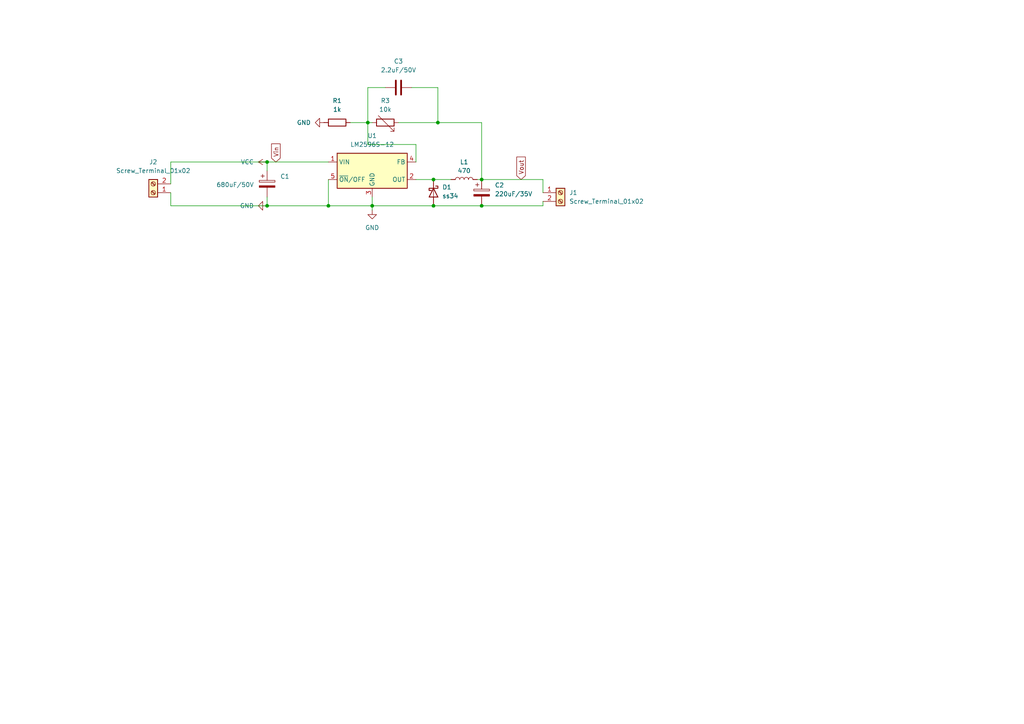
<source format=kicad_sch>
(kicad_sch (version 20231120) (generator "eeschema") (generator_version "8.0")
  (paper "A4")
  (lib_symbols
    (symbol "Connector:Screw_Terminal_01x02" (pin_names (offset 1.016) hide)
      (property "Reference" "J" (at 0 2.54 0))
      (property "Value" "Screw_Terminal_01x02" (at 0 -5.08 0))
      (symbol "Screw_Terminal_01x02_1_1"
        (rectangle (start -1.27 1.27) (end 1.27 -3.81) (stroke (width 0.254)) (fill (type background)))
        (circle (center 0 -2.54) (radius 0.635) (stroke (width 0.1524)))
        (polyline (pts (xy -0.5334 -2.2098) (xy 0.3302 -3.048)) (stroke (width 0.1524)))
        (polyline (pts (xy -0.5334 0.3302) (xy 0.3302 -0.508)) (stroke (width 0.1524)))
        (polyline (pts (xy -0.3556 -2.032) (xy 0.508 -2.8702)) (stroke (width 0.1524)))
        (polyline (pts (xy -0.3556 0.508) (xy 0.508 -0.3302)) (stroke (width 0.1524)))
        (circle (center 0 0) (radius 0.635) (stroke (width 0.1524)))
        (pin passive line (at -5.08 0 0) (length 3.81) (name "Pin_1") (number "1"))
        (pin passive line (at -5.08 -2.54 0) (length 3.81) (name "Pin_2") (number "2"))
      )
    )
    (symbol "Device:C" (pin_numbers hide) (pin_names (offset 0.254))
      (property "Reference" "C" (at 0.635 2.54 0))
      (property "Value" "C" (at 0.635 -2.54 0))
      (symbol "C_0_1"
        (polyline (pts (xy -2.032 -0.762) (xy 2.032 -0.762)) (stroke (width 0.508)))
        (polyline (pts (xy -2.032 0.762) (xy 2.032 0.762)) (stroke (width 0.508)))
      )
      (symbol "C_1_1"
        (pin passive line (at 0 3.81 270) (length 2.794) (name "~") (number "1"))
        (pin passive line (at 0 -3.81 90) (length 2.794) (name "~") (number "2"))
      )
    )
    (symbol "Device:C_Polarized" (pin_numbers hide) (pin_names (offset 0.254))
      (property "Reference" "C" (at 0.635 2.54 0))
      (property "Value" "C_Polarized" (at 0.635 -2.54 0))
      (symbol "C_Polarized_0_1"
        (rectangle (start -2.286 0.508) (end 2.286 1.016))
        (polyline (pts (xy -1.778 2.286) (xy -0.762 2.286)))
        (polyline (pts (xy -1.27 2.794) (xy -1.27 1.778)))
        (rectangle (start 2.286 -0.508) (end -2.286 -1.016) (fill (type outline)))
      )
      (symbol "C_Polarized_1_1"
        (pin passive line (at 0 3.81 270) (length 2.794) (name "~") (number "1"))
        (pin passive line (at 0 -3.81 90) (length 2.794) (name "~") (number "2"))
      )
    )
    (symbol "Device:D_Schottky" (pin_numbers hide) (pin_names (offset 1.016) hide)
      (property "Reference" "D" (at 0 2.54 0))
      (property "Value" "D_Schottky" (at 0 -2.54 0))
      (symbol "D_Schottky_0_1"
        (polyline (pts (xy 1.27 0) (xy -1.27 0)))
        (polyline (pts (xy 1.27 1.27) (xy 1.27 -1.27) (xy -1.27 0) (xy 1.27 1.27)) (stroke (width 0.254)))
        (polyline (pts (xy -1.905 0.635) (xy -1.905 1.27) (xy -1.27 1.27) (xy -1.27 -1.27) (xy -0.635 -1.27) (xy -0.635 -0.635)) (stroke (width 0.254)))
      )
      (symbol "D_Schottky_1_1"
        (pin passive line (at -3.81 0 0) (length 2.54) (name "K") (number "1"))
        (pin passive line (at 3.81 0 180) (length 2.54) (name "A") (number "2"))
      )
    )
    (symbol "Device:L" (pin_numbers hide) (pin_names (offset 1.016) hide)
      (property "Reference" "L" (at -1.27 0 90))
      (property "Value" "L" (at 1.905 0 90))
      (symbol "L_0_1"
        (arc (start 0 -2.54) (mid 0.6323 -1.905) (end 0 -1.27))
        (arc (start 0 -1.27) (mid 0.6323 -0.635) (end 0 0))
        (arc (start 0 0) (mid 0.6323 0.635) (end 0 1.27))
        (arc (start 0 1.27) (mid 0.6323 1.905) (end 0 2.54))
      )
      (symbol "L_1_1"
        (pin passive line (at 0 3.81 270) (length 1.27) (name "1") (number "1"))
        (pin passive line (at 0 -3.81 90) (length 1.27) (name "2") (number "2"))
      )
    )
    (symbol "Device:R" (pin_numbers hide) (pin_names (offset 0))
      (property "Reference" "R" (at 2.032 0 90))
      (property "Value" "R" (at 0 0 90))
      (symbol "R_0_1"
        (rectangle (start -1.016 -2.54) (end 1.016 2.54) (stroke (width 0.254)))
      )
      (symbol "R_1_1"
        (pin passive line (at 0 3.81 270) (length 1.27) (name "~") (number "1"))
        (pin passive line (at 0 -3.81 90) (length 1.27) (name "~") (number "2"))
      )
    )
    (symbol "Device:R_Variable" (pin_numbers hide) (pin_names (offset 0))
      (property "Reference" "R" (at 2.54 -2.54 90))
      (property "Value" "R_Variable" (at -2.54 -1.27 90))
      (symbol "R_Variable_0_1"
        (rectangle (start -1.016 -2.54) (end 1.016 2.54) (stroke (width 0.254)))
        (polyline (pts (xy 2.54 1.524) (xy 2.54 2.54) (xy 1.524 2.54) (xy 2.54 2.54) (xy -2.032 -2.032)))
      )
      (symbol "R_Variable_1_1"
        (pin passive line (at 0 3.81 270) (length 1.27) (name "~") (number "1"))
        (pin passive line (at 0 -3.81 90) (length 1.27) (name "~") (number "2"))
      )
    )
    (symbol "Regulator_Switching:LM2596S-12"
      (property "Reference" "U" (at -10.16 6.35 0))
      (property "Value" "LM2596S-12" (at 0 6.35 0))
      (symbol "LM2596S-12_0_1"
        (rectangle (start -10.16 5.08) (end 10.16 -5.08) (stroke (width 0.254)) (fill (type background)))
      )
      (symbol "LM2596S-12_1_1"
        (pin power_in line (at -12.7 2.54 0) (length 2.54) (name "VIN") (number "1"))
        (pin output line (at 12.7 -2.54 180) (length 2.54) (name "OUT") (number "2"))
        (pin power_in line (at 0 -7.62 90) (length 2.54) (name "GND") (number "3"))
        (pin input line (at 12.7 2.54 180) (length 2.54) (name "FB") (number "4"))
        (pin input line (at -12.7 -2.54 0) (length 2.54) (name "~{ON}/OFF") (number "5"))
      )
    )
    (symbol "power:GND" (power) (pin_numbers hide) (pin_names (offset 0) hide)
      (property "Value" "GND" (at 0 -3.81 0))
      (symbol "GND_0_1"
        (polyline (pts (xy 0 0) (xy 0 -1.27) (xy 1.27 -1.27) (xy 0 -2.54) (xy -1.27 -1.27) (xy 0 -1.27)))
      )
      (symbol "GND_1_1"
        (pin power_in line (at 0 0 270) (length 0) (name "~") (number "1"))
      )
    )
    (symbol "power:VCC" (power) (pin_numbers hide) (pin_names (offset 0) hide)
      (property "Value" "VCC" (at 0 3.556 0))
      (symbol "VCC_0_1"
        (polyline (pts (xy -0.762 1.27) (xy 0 2.54)))
        (polyline (pts (xy 0 0) (xy 0 2.54)))
        (polyline (pts (xy 0 2.54) (xy 0.762 1.27)))
      )
      (symbol "VCC_1_1"
        (pin power_in line (at 0 0 90) (length 0) (name "~") (number "1"))
      )
    )
  )
  (junction (at 107.95 59.69))
  (junction (at 125.73 52.07))
  (junction (at 106.68 35.56))
  (junction (at 139.7 59.69))
  (junction (at 77.47 46.99))
  (junction (at 127 35.56))
  (junction (at 77.47 59.69))
  (junction (at 125.73 59.69))
  (junction (at 139.7 52.07))
  (junction (at 95.25 59.69))
  (wire (pts (xy 127 25.4) (xy 119.38 25.4)))
  (wire (pts (xy 157.48 59.69) (xy 157.48 58.42)))
  (wire (pts (xy 139.7 35.56) (xy 139.7 52.07)))
  (wire (pts (xy 107.95 59.69) (xy 125.73 59.69)))
  (wire (pts (xy 95.25 59.69) (xy 107.95 59.69)))
  (wire (pts (xy 138.43 52.07) (xy 139.7 52.07)))
  (wire (pts (xy 127 35.56) (xy 139.7 35.56)))
  (wire (pts (xy 49.53 46.99) (xy 49.53 53.34)))
  (wire (pts (xy 107.95 59.69) (xy 107.95 57.15)))
  (wire (pts (xy 157.48 55.88) (xy 157.48 52.07)))
  (wire (pts (xy 106.68 41.91) (xy 120.65 41.91)))
  (wire (pts (xy 49.53 59.69) (xy 49.53 55.88)))
  (wire (pts (xy 115.57 35.56) (xy 127 35.56)))
  (wire (pts (xy 120.65 52.07) (xy 125.73 52.07)))
  (wire (pts (xy 77.47 46.99) (xy 49.53 46.99)))
  (wire (pts (xy 139.7 52.07) (xy 157.48 52.07)))
  (wire (pts (xy 139.7 59.69) (xy 157.48 59.69)))
  (wire (pts (xy 107.95 59.69) (xy 107.95 60.96)))
  (wire (pts (xy 125.73 59.69) (xy 139.7 59.69)))
  (wire (pts (xy 120.65 41.91) (xy 120.65 46.99)))
  (wire (pts (xy 125.73 52.07) (xy 130.81 52.07)))
  (wire (pts (xy 77.47 59.69) (xy 49.53 59.69)))
  (wire (pts (xy 95.25 52.07) (xy 95.25 59.69)))
  (wire (pts (xy 111.76 25.4) (xy 106.68 25.4)))
  (wire (pts (xy 106.68 35.56) (xy 106.68 41.91)))
  (wire (pts (xy 127 25.4) (xy 127 35.56)))
  (wire (pts (xy 107.95 35.56) (xy 106.68 35.56)))
  (wire (pts (xy 77.47 59.69) (xy 77.47 57.15)))
  (wire (pts (xy 101.6 35.56) (xy 106.68 35.56)))
  (wire (pts (xy 77.47 46.99) (xy 95.25 46.99)))
  (wire (pts (xy 106.68 25.4) (xy 106.68 35.56)))
  (wire (pts (xy 77.47 46.99) (xy 77.47 49.53)))
  (wire (pts (xy 77.47 59.69) (xy 95.25 59.69)))
  (global_label "Vout" (shape input) (at 151.13 52.07 90) (property "Intersheetrefs" "${INTERSHEET_REFS}" (effects (hide yes))))
  (global_label "Vin" (shape input) (at 80.01 46.99 90) (property "Intersheetrefs" "${INTERSHEET_REFS}" (effects (hide yes))))
  (symbol (lib_id "Device:C") (at 115.57 25.4 90) (unit 1)
    (property "Reference" "C3" (at 115.57 17.78 90))
    (property "Value" "2.2uF/50V" (at 115.57 20.32 90))
    (property "Footprint" "Capacitor_SMD:C_0603_1608Metric" (effects (hide yes)))
    (property "Description" "Unpolarized capacitor" (effects (hide yes)))
  )
  (symbol (lib_id "Connector:Screw_Terminal_01x02") (at 44.45 55.88 180) (unit 1)
    (property "Reference" "J2" (at 44.45 46.99 0))
    (property "Value" "Screw_Terminal_01x02" (at 44.45 49.53 0))
    (property "Footprint" "TerminalBlock_Phoenix:TerminalBlock_Phoenix_MKDS-1,5-2-5.08_1x02_P5.08mm_Horizontal" (effects (hide yes)))
    (property "Description" "Generic screw terminal, single row, 01x02, script generated (kicad-library-utils/schlib/autogen/connector/)" (effects (hide yes)))
    (property "LCSC" "C709041" (effects (hide yes)))
  )
  (symbol (lib_id "Connector:Screw_Terminal_01x02") (at 162.56 55.88 0) (unit 1)
    (property "Reference" "J1" (at 165.1 55.8799 0) (effects (justify left)))
    (property "Value" "Screw_Terminal_01x02" (at 165.1 58.4199 0) (effects (justify left)))
    (property "Footprint" "TerminalBlock_Phoenix:TerminalBlock_Phoenix_MKDS-1,5-2-5.08_1x02_P5.08mm_Horizontal" (effects (hide yes)))
    (property "Description" "Generic screw terminal, single row, 01x02, script generated (kicad-library-utils/schlib/autogen/connector/)" (effects (hide yes)))
    (property "LCSC" "C709041" (effects (hide yes)))
  )
  (symbol (lib_id "power:GND") (at 93.98 35.56 270) (unit 1)
    (property "Reference" "#PWR05" (effects (hide yes)))
    (property "Value" "GND" (at 90.17 35.5599 90) (effects (justify right)))
    (property "Description" "Power symbol creates a global label with name \"GND\" , ground" (effects (hide yes)))
  )
  (symbol (lib_id "Device:C_Polarized") (at 77.47 53.34 0) (unit 1)
    (property "Reference" "C1" (at 81.28 51.1809 0) (effects (justify left)))
    (property "Value" "680uF/50V" (at 62.738 53.594 0) (effects (justify left)))
    (property "Footprint" "easyeda2kicad:CAP-SMD_BD12.5-L13.0-W13.0-LS14.4-FD" (effects (hide yes)))
    (property "Description" "Polarized capacitor" (effects (hide yes)))
    (property "LCSC" "C487372" (effects (hide yes)))
  )
  (symbol (lib_id "Device:D_Schottky") (at 125.73 55.88 270) (unit 1)
    (property "Reference" "D1" (at 128.27 54.2924 90) (effects (justify left)))
    (property "Value" "ss34" (at 128.27 56.8324 90) (effects (justify left)))
    (property "Footprint" "Diode_SMD:D_SMA" (effects (hide yes)))
    (property "Description" "Schottky diode" (effects (hide yes)))
  )
  (symbol (lib_id "power:GND") (at 107.95 60.96 0) (unit 1)
    (property "Reference" "#PWR04" (effects (hide yes)))
    (property "Value" "GND" (at 107.95 66.04 0))
    (property "Description" "Power symbol creates a global label with name \"GND\" , ground" (effects (hide yes)))
  )
  (symbol (lib_id "Device:R_Variable") (at 111.76 35.56 270) (unit 1)
    (property "Reference" "R3" (at 111.76 29.21 90))
    (property "Value" "10k" (at 111.76 31.75 90))
    (property "Footprint" "Potentiometer_THT:Potentiometer_Bourns_3296W_Vertical" (effects (hide yes)))
    (property "Description" "Variable resistor" (effects (hide yes)))
    (property "LCSC" "C118954" (effects (hide yes)))
  )
  (symbol (lib_id "Regulator_Switching:LM2596S-12") (at 107.95 49.53 0) (unit 1)
    (property "Reference" "U1" (at 107.95 39.37 0))
    (property "Value" "LM2596S-12" (at 107.95 41.91 0))
    (property "Footprint" "Package_TO_SOT_SMD:TO-263-5_TabPin3" (effects (hide yes)))
    (property "Datasheet" "http://www.ti.com/lit/ds/symlink/lm2596.pdf" (effects (hide yes)))
    (property "Description" "12V 3A Step-Down Voltage Regulator, TO-263" (effects (hide yes)))
    (property "LCSC" "C5349986" (effects (hide yes)))
  )
  (symbol (lib_id "power:GND") (at 77.47 59.69 270) (unit 1)
    (property "Reference" "#PWR01" (effects (hide yes)))
    (property "Value" "GND" (at 73.66 59.6899 90) (effects (justify right)))
    (property "Description" "Power symbol creates a global label with name \"GND\" , ground" (effects (hide yes)))
  )
  (symbol (lib_id "Device:L") (at 134.62 52.07 90) (unit 1)
    (property "Reference" "L1" (at 134.62 46.99 90))
    (property "Value" "470" (at 134.62 49.53 90))
    (property "Footprint" "Inductor_SMD:L_SXN_SMDRI127" (effects (hide yes)))
    (property "Description" "Inductor" (effects (hide yes)))
    (property "LCSC" "C2929509" (effects (hide yes)))
  )
  (symbol (lib_id "Device:R") (at 97.79 35.56 90) (unit 1)
    (property "Reference" "R1" (at 97.79 29.21 90))
    (property "Value" "1k" (at 97.79 31.75 90))
    (property "Footprint" "Resistor_SMD:R_1206_3216Metric" (effects (hide yes)))
    (property "Description" "Resistor" (effects (hide yes)))
  )
  (symbol (lib_id "power:VCC") (at 77.47 46.99 90) (unit 1)
    (property "Reference" "#PWR06" (effects (hide yes)))
    (property "Value" "VCC" (at 73.66 46.9899 90) (effects (justify left)))
    (property "Description" "Power symbol creates a global label with name \"VCC\"" (effects (hide yes)))
  )
  (symbol (lib_id "Device:C_Polarized") (at 139.7 55.88 0) (unit 1)
    (property "Reference" "C2" (at 143.51 53.7209 0) (effects (justify left)))
    (property "Value" "220uF/35V" (at 143.51 56.2609 0) (effects (justify left)))
    (property "Footprint" "Capacitor_SMD:C_Elec_8x10.2" (effects (hide yes)))
    (property "Description" "Polarized capacitor" (effects (hide yes)))
    (property "LCSC" "C242057" (effects (hide yes)))
  )
)
</source>
